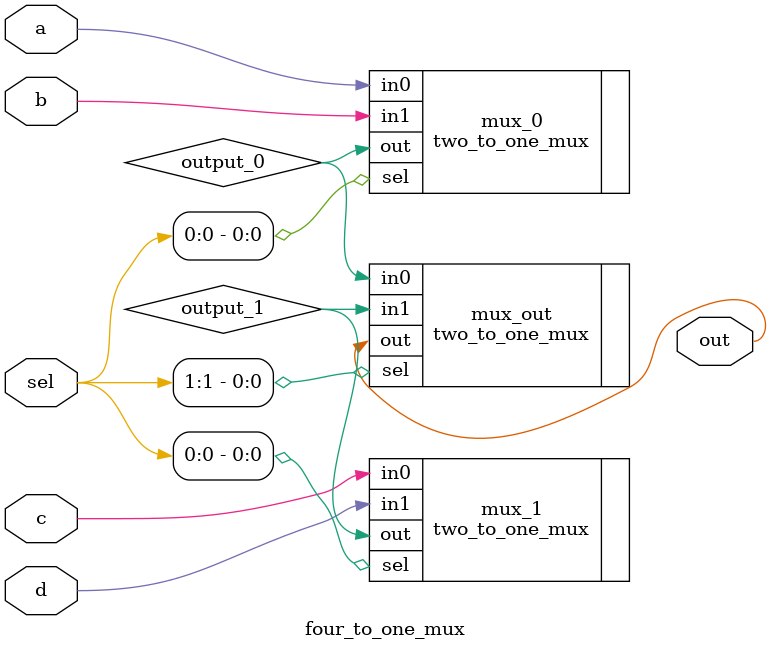
<source format=v>
`timescale 1ns / 1ps


module four_to_one_mux #(parameter WIDTH=1)(
    input [1:0] sel,
    input [WIDTH-1:0] a,
    input [WIDTH-1:0] b,
    input [WIDTH-1:0] c,
    input [WIDTH-1:0] d,
    output wire [WIDTH-1:0] out
    );
    
    wire [WIDTH-1:0] output_0;
    wire [WIDTH-1:0] output_1;
    
    two_to_one_mux #(.WIDTH(WIDTH)) mux_0(.in0(a), .in1(b), .sel(sel[0]), .out(output_0));
    two_to_one_mux #(.WIDTH(WIDTH)) mux_1(.in0(c), .in1(d), .sel(sel[0]), .out(output_1));
    two_to_one_mux #(.WIDTH(WIDTH)) mux_out(.in0(output_0), .in1(output_1), .sel(sel[1]), .out(out));
    
endmodule

</source>
